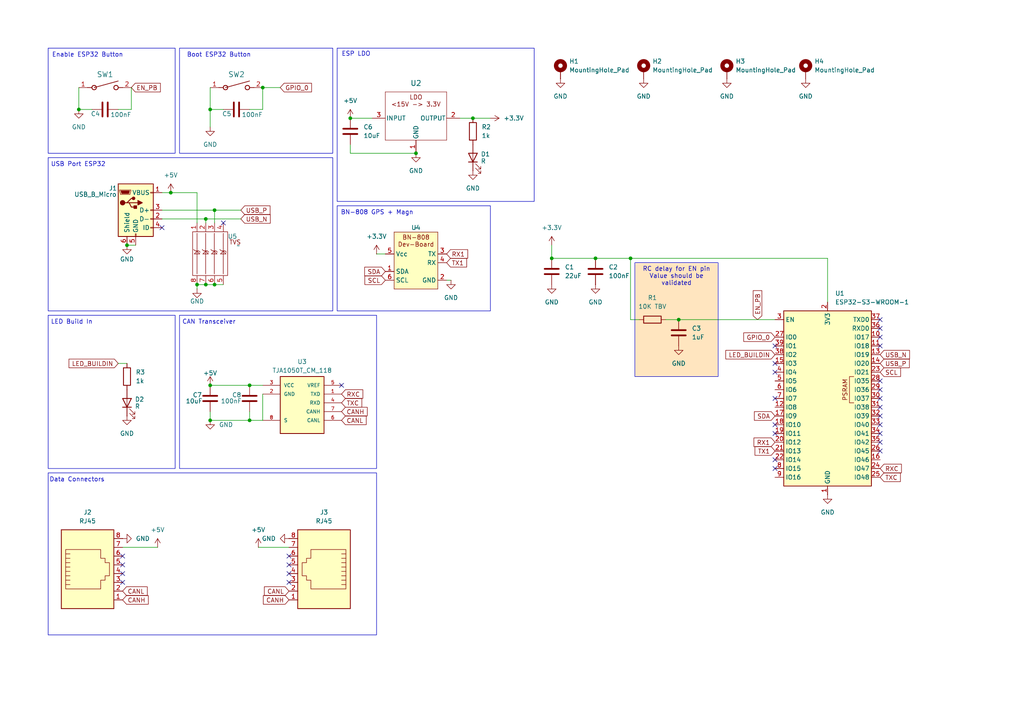
<source format=kicad_sch>
(kicad_sch (version 20231120) (generator "eeschema") (generator_version "8.0")
  (paper "A4")
  (lib_symbols
    (symbol "AZ1117ID-3.3TRG1:AZ1117ID-3.3TRG1" (pin_names (offset 0.254))
      (property "Reference" "U" (at 0 1.27 0))
      (symbol "AZ1117ID-3.3TRG1_0_1"
        (polyline (pts (xy -8.89 -13.97) (xy 8.89 -13.97)) (stroke (width 0.127)))
        (polyline (pts (xy -8.89 0) (xy -8.89 -13.97)) (stroke (width 0.127)))
        (polyline (pts (xy 8.89 -13.97) (xy 8.89 0)) (stroke (width 0.127)))
        (polyline (pts (xy 8.89 0) (xy -8.89 0)) (stroke (width 0.127)))
      )
      (symbol "AZ1117ID-3.3TRG1_1_1"
        (text "LDO\n<15V -> 3.3V\n" (at 0 -2.54 0) (effects (font (size 1.27 1.27))))
        (pin power_out line (at 0 -17.78 90) (length 3.81) (name "GND") (number "1"))
        (pin output line (at 12.7 -7.62 180) (length 3.81) (name "OUTPUT") (number "2"))
        (pin input line (at -12.7 -7.62 0) (length 3.81) (name "INPUT") (number "3"))
      )
    )
    (symbol "Connector:RJ45" (pin_names (offset 1.016))
      (property "Reference" "J" (at -5.08 13.97 0))
      (property "Value" "RJ45" (at 2.54 13.97 0))
      (symbol "RJ45_0_1"
        (polyline (pts (xy -5.08 4.445) (xy -6.35 4.445)))
        (polyline (pts (xy -5.08 5.715) (xy -6.35 5.715)))
        (polyline (pts (xy -6.35 -3.175) (xy -5.08 -3.175) (xy -5.08 -3.175)))
        (polyline (pts (xy -6.35 -1.905) (xy -5.08 -1.905) (xy -5.08 -1.905)))
        (polyline (pts (xy -6.35 -0.635) (xy -5.08 -0.635) (xy -5.08 -0.635)))
        (polyline (pts (xy -6.35 0.635) (xy -5.08 0.635) (xy -5.08 0.635)))
        (polyline (pts (xy -6.35 1.905) (xy -5.08 1.905) (xy -5.08 1.905)))
        (polyline (pts (xy -5.08 3.175) (xy -6.35 3.175) (xy -6.35 3.175)))
        (polyline (pts (xy -6.35 -4.445) (xy -6.35 6.985) (xy 3.81 6.985) (xy 3.81 4.445) (xy 5.08 4.445) (xy 5.08 3.175) (xy 6.35 3.175) (xy 6.35 -0.635) (xy 5.08 -0.635) (xy 5.08 -1.905) (xy 3.81 -1.905) (xy 3.81 -4.445) (xy -6.35 -4.445) (xy -6.35 -4.445)))
        (rectangle (start 7.62 12.7) (end -7.62 -10.16) (stroke (width 0.254)) (fill (type background)))
      )
      (symbol "RJ45_1_1"
        (pin passive line (at 10.16 -7.62 180) (length 2.54) (name "~") (number "1"))
        (pin passive line (at 10.16 -5.08 180) (length 2.54) (name "~") (number "2"))
        (pin passive line (at 10.16 -2.54 180) (length 2.54) (name "~") (number "3"))
        (pin passive line (at 10.16 0 180) (length 2.54) (name "~") (number "4"))
        (pin passive line (at 10.16 2.54 180) (length 2.54) (name "~") (number "5"))
        (pin passive line (at 10.16 5.08 180) (length 2.54) (name "~") (number "6"))
        (pin passive line (at 10.16 7.62 180) (length 2.54) (name "~") (number "7"))
        (pin passive line (at 10.16 10.16 180) (length 2.54) (name "~") (number "8"))
      )
    )
    (symbol "Connector:USB_B_Micro" (pin_names (offset 1.016))
      (property "Reference" "J" (at -5.08 11.43 0))
      (property "Value" "USB_B_Micro" (at -5.08 8.89 0))
      (symbol "USB_B_Micro_0_1"
        (rectangle (start -5.08 -7.62) (end 5.08 7.62) (stroke (width 0.254)) (fill (type background)))
        (circle (center -3.81 2.159) (radius 0.635) (stroke (width 0.254)) (fill (type outline)))
        (circle (center -0.635 3.429) (radius 0.381) (stroke (width 0.254)) (fill (type outline)))
        (rectangle (start -0.127 -7.62) (end 0.127 -6.858))
        (polyline (pts (xy -1.905 2.159) (xy 0.635 2.159)) (stroke (width 0.254)))
        (polyline (pts (xy -3.175 2.159) (xy -2.54 2.159) (xy -1.27 3.429) (xy -0.635 3.429)) (stroke (width 0.254)))
        (polyline (pts (xy -2.54 2.159) (xy -1.905 2.159) (xy -1.27 0.889) (xy 0 0.889)) (stroke (width 0.254)))
        (polyline (pts (xy 0.635 2.794) (xy 0.635 1.524) (xy 1.905 2.159) (xy 0.635 2.794)) (stroke (width 0.254)) (fill (type outline)))
        (polyline (pts (xy -4.318 5.588) (xy -1.778 5.588) (xy -2.032 4.826) (xy -4.064 4.826) (xy -4.318 5.588)) (fill (type outline)))
        (polyline (pts (xy -4.699 5.842) (xy -4.699 5.588) (xy -4.445 4.826) (xy -4.445 4.572) (xy -1.651 4.572) (xy -1.651 4.826) (xy -1.397 5.588) (xy -1.397 5.842) (xy -4.699 5.842)))
        (rectangle (start 0.254 1.27) (end -0.508 0.508) (stroke (width 0.254)) (fill (type outline)))
        (rectangle (start 5.08 -5.207) (end 4.318 -4.953))
        (rectangle (start 5.08 -2.667) (end 4.318 -2.413))
        (rectangle (start 5.08 -0.127) (end 4.318 0.127))
        (rectangle (start 5.08 4.953) (end 4.318 5.207))
      )
      (symbol "USB_B_Micro_1_1"
        (pin power_out line (at 7.62 5.08 180) (length 2.54) (name "VBUS") (number "1"))
        (pin bidirectional line (at 7.62 -2.54 180) (length 2.54) (name "D-") (number "2"))
        (pin bidirectional line (at 7.62 0 180) (length 2.54) (name "D+") (number "3"))
        (pin passive line (at 7.62 -5.08 180) (length 2.54) (name "ID") (number "4"))
        (pin power_out line (at 0 -10.16 90) (length 2.54) (name "GND") (number "5"))
        (pin passive line (at -2.54 -10.16 90) (length 2.54) (name "Shield") (number "6"))
      )
    )
    (symbol "Custom:BN-880"
      (property "Reference" "U" (at 0 1.27 0))
      (symbol "BN-880_1_1"
        (rectangle (start -6.35 0) (end 6.35 -16.51) (fill (type background)))
        (text "BN-808\nDev-Board" (at 0 -2.54 0) (effects (font (size 1.27 1.27))))
        (pin unspecified line (at -8.89 -11.43 0) (length 2.54) (name "SDA") (number "1"))
        (pin unspecified line (at 8.89 -13.97 180) (length 2.54) (name "GND") (number "2"))
        (pin unspecified line (at 8.89 -6.35 180) (length 2.54) (name "TX") (number "3"))
        (pin unspecified line (at 8.89 -8.89 180) (length 2.54) (name "RX") (number "4"))
        (pin unspecified line (at -8.89 -6.35 0) (length 2.54) (name "Vcc") (number "5"))
        (pin unspecified line (at -8.89 -13.97 0) (length 2.54) (name "SCL") (number "6"))
      )
    )
    (symbol "Custom:TVS_-_150-SMDB03CE3/TR7TR-ND"
      (property "Reference" "U5" (at 10.16 -1.27 0))
      (property "Value" "~" (at 12.7 -3.92 0))
      (symbol "TVS_-_150-SMDB03CE3/TR7TR-ND_0_1"
        (rectangle (start -0.01 0.09) (end 10.15 -12.61))
      )
      (symbol "TVS_-_150-SMDB03CE3/TR7TR-ND_1_1"
        (polyline (pts (xy 1.27 -0.34) (xy 1.27 -12.14)))
        (polyline (pts (xy 3.77 -0.34) (xy 3.77 -12.14)))
        (polyline (pts (xy 6.27 -0.34) (xy 6.27 -12.14)))
        (polyline (pts (xy 8.87 -0.34) (xy 8.87 -12.14)))
        (polyline (pts (xy 0.27 -5.04) (xy 0.67 -5.44) (xy 1.77 -5.44) (xy 2.17 -5.84)))
        (polyline (pts (xy 0.47 -6.34) (xy 2.07 -6.34) (xy 1.27 -5.54) (xy 0.47 -6.34)))
        (polyline (pts (xy 2.77 -5.04) (xy 3.17 -5.44) (xy 4.27 -5.44) (xy 4.67 -5.84)))
        (polyline (pts (xy 2.97 -6.34) (xy 4.57 -6.34) (xy 3.77 -5.54) (xy 2.97 -6.34)))
        (polyline (pts (xy 5.27 -5.04) (xy 5.67 -5.44) (xy 6.77 -5.44) (xy 7.17 -5.84)))
        (polyline (pts (xy 5.47 -6.34) (xy 7.07 -6.34) (xy 6.27 -5.54) (xy 5.47 -6.34)))
        (polyline (pts (xy 7.87 -5.04) (xy 8.27 -5.44) (xy 9.37 -5.44) (xy 9.77 -5.84)))
        (polyline (pts (xy 8.07 -6.34) (xy 9.67 -6.34) (xy 8.87 -5.54) (xy 8.07 -6.34)))
        (text "TVS\n" (at 12.3012 -2.9418 0) (effects (font (size 1.27 1.27))))
        (pin unspecified line (at 1.27 2.66 270) (length 2.54) (name "") (number "1"))
        (pin unspecified line (at 3.81 2.66 270) (length 2.54) (name "") (number "2"))
        (pin unspecified line (at 6.35 2.66 270) (length 2.54) (name "") (number "3"))
        (pin unspecified line (at 8.89 2.66 270) (length 2.54) (name "") (number "4"))
        (pin unspecified line (at 8.89 -15.24 90) (length 2.54) (name "") (number "5"))
        (pin unspecified line (at 6.35 -15.24 90) (length 2.54) (name "") (number "6"))
        (pin unspecified line (at 3.81 -15.24 90) (length 2.54) (name "") (number "7"))
        (pin unspecified line (at 1.27 -15.24 90) (length 2.54) (name "") (number "8"))
      )
    )
    (symbol "Device:C" (pin_numbers hide) (pin_names (offset 0.254))
      (property "Reference" "C" (at 0.635 2.54 0))
      (property "Value" "C" (at 0.635 -2.54 0))
      (symbol "C_0_1"
        (polyline (pts (xy -2.032 -0.762) (xy 2.032 -0.762)) (stroke (width 0.508)))
        (polyline (pts (xy -2.032 0.762) (xy 2.032 0.762)) (stroke (width 0.508)))
      )
      (symbol "C_1_1"
        (pin passive line (at 0 3.81 270) (length 2.794) (name "~") (number "1"))
        (pin passive line (at 0 -3.81 90) (length 2.794) (name "~") (number "2"))
      )
    )
    (symbol "Device:LED" (pin_numbers hide) (pin_names (offset 1.016) hide)
      (property "Reference" "D" (at 0 2.54 0))
      (property "Value" "LED" (at 0 -2.54 0))
      (symbol "LED_0_1"
        (polyline (pts (xy -1.27 -1.27) (xy -1.27 1.27)) (stroke (width 0.254)))
        (polyline (pts (xy -1.27 0) (xy 1.27 0)))
        (polyline (pts (xy 1.27 -1.27) (xy 1.27 1.27) (xy -1.27 0) (xy 1.27 -1.27)) (stroke (width 0.254)))
        (polyline (pts (xy -3.048 -0.762) (xy -4.572 -2.286) (xy -3.81 -2.286) (xy -4.572 -2.286) (xy -4.572 -1.524)))
        (polyline (pts (xy -1.778 -0.762) (xy -3.302 -2.286) (xy -2.54 -2.286) (xy -3.302 -2.286) (xy -3.302 -1.524)))
      )
      (symbol "LED_1_1"
        (pin passive line (at -3.81 0 0) (length 2.54) (name "K") (number "1"))
        (pin passive line (at 3.81 0 180) (length 2.54) (name "A") (number "2"))
      )
    )
    (symbol "Device:R" (pin_numbers hide) (pin_names (offset 0))
      (property "Reference" "R" (at 2.032 0 90))
      (property "Value" "R" (at 0 0 90))
      (symbol "R_0_1"
        (rectangle (start -1.016 -2.54) (end 1.016 2.54) (stroke (width 0.254)))
      )
      (symbol "R_1_1"
        (pin passive line (at 0 3.81 270) (length 1.27) (name "~") (number "1"))
        (pin passive line (at 0 -3.81 90) (length 1.27) (name "~") (number "2"))
      )
    )
    (symbol "Mechanical:MountingHole_Pad" (pin_numbers hide) (pin_names (offset 1.016) hide) (exclude_from_sim yes) (in_bom no)
      (property "Reference" "H" (at 0 6.35 0))
      (property "Value" "MountingHole_Pad" (at 0 4.445 0))
      (symbol "MountingHole_Pad_0_1"
        (circle (center 0 1.27) (radius 1.27) (stroke (width 1.27)))
      )
      (symbol "MountingHole_Pad_1_1"
        (pin input line (at 0 -2.54 90) (length 2.54) (name "1") (number "1"))
      )
    )
    (symbol "RF_Module:ESP32-S3-WROOM-1"
      (property "Reference" "U" (at -12.7 26.67 0))
      (property "Value" "ESP32-S3-WROOM-1" (at 12.7 26.67 0))
      (symbol "ESP32-S3-WROOM-1_0_0"
        (rectangle (start -12.7 25.4) (end 12.7 -25.4) (stroke (width 0.254)) (fill (type background)))
        (text "PSRAM" (at 5.08 2.54 900) (effects (font (size 1.27 1.27))))
      )
      (symbol "ESP32-S3-WROOM-1_0_1"
        (polyline (pts (xy 7.62 -1.27) (xy 6.35 -1.27) (xy 6.35 6.35) (xy 7.62 6.35)))
      )
      (symbol "ESP32-S3-WROOM-1_1_1"
        (pin power_in line (at 0 -27.94 90) (length 2.54) (name "GND") (number "1"))
        (pin bidirectional line (at 15.24 17.78 180) (length 2.54) (name "IO17") (number "10"))
        (pin bidirectional line (at 15.24 15.24 180) (length 2.54) (name "IO18") (number "11"))
        (pin bidirectional line (at -15.24 -2.54 0) (length 2.54) (name "IO8") (number "12"))
        (pin bidirectional line (at 15.24 12.7 180) (length 2.54) (name "IO19") (number "13"))
        (pin bidirectional line (at 15.24 10.16 180) (length 2.54) (name "IO20") (number "14"))
        (pin bidirectional line (at -15.24 10.16 0) (length 2.54) (name "IO3") (number "15"))
        (pin bidirectional line (at 15.24 -17.78 180) (length 2.54) (name "IO46") (number "16"))
        (pin bidirectional line (at -15.24 -5.08 0) (length 2.54) (name "IO9") (number "17"))
        (pin bidirectional line (at -15.24 -7.62 0) (length 2.54) (name "IO10") (number "18"))
        (pin bidirectional line (at -15.24 -10.16 0) (length 2.54) (name "IO11") (number "19"))
        (pin power_in line (at 0 27.94 270) (length 2.54) (name "3V3") (number "2"))
        (pin bidirectional line (at -15.24 -12.7 0) (length 2.54) (name "IO12") (number "20"))
        (pin bidirectional line (at -15.24 -15.24 0) (length 2.54) (name "IO13") (number "21"))
        (pin bidirectional line (at -15.24 -17.78 0) (length 2.54) (name "IO14") (number "22"))
        (pin bidirectional line (at 15.24 7.62 180) (length 2.54) (name "IO21") (number "23"))
        (pin bidirectional line (at 15.24 -20.32 180) (length 2.54) (name "IO47") (number "24"))
        (pin bidirectional line (at 15.24 -22.86 180) (length 2.54) (name "IO48") (number "25"))
        (pin bidirectional line (at 15.24 -15.24 180) (length 2.54) (name "IO45") (number "26"))
        (pin bidirectional line (at -15.24 17.78 0) (length 2.54) (name "IO0") (number "27"))
        (pin bidirectional line (at 15.24 5.08 180) (length 2.54) (name "IO35") (number "28"))
        (pin bidirectional line (at 15.24 2.54 180) (length 2.54) (name "IO36") (number "29"))
        (pin input line (at -15.24 22.86 0) (length 2.54) (name "EN") (number "3"))
        (pin bidirectional line (at 15.24 0 180) (length 2.54) (name "IO37") (number "30"))
        (pin bidirectional line (at 15.24 -2.54 180) (length 2.54) (name "IO38") (number "31"))
        (pin bidirectional line (at 15.24 -5.08 180) (length 2.54) (name "IO39") (number "32"))
        (pin bidirectional line (at 15.24 -7.62 180) (length 2.54) (name "IO40") (number "33"))
        (pin bidirectional line (at 15.24 -10.16 180) (length 2.54) (name "IO41") (number "34"))
        (pin bidirectional line (at 15.24 -12.7 180) (length 2.54) (name "IO42") (number "35"))
        (pin bidirectional line (at 15.24 20.32 180) (length 2.54) (name "RXD0") (number "36"))
        (pin bidirectional line (at 15.24 22.86 180) (length 2.54) (name "TXD0") (number "37"))
        (pin bidirectional line (at -15.24 12.7 0) (length 2.54) (name "IO2") (number "38"))
        (pin bidirectional line (at -15.24 15.24 0) (length 2.54) (name "IO1") (number "39"))
        (pin bidirectional line (at -15.24 7.62 0) (length 2.54) (name "IO4") (number "4"))
        (pin passive line (at 0 -27.94 90) (length 2.54) hide (name "GND") (number "40"))
        (pin passive line (at 0 -27.94 90) (length 2.54) hide (name "GND") (number "41"))
        (pin bidirectional line (at -15.24 5.08 0) (length 2.54) (name "IO5") (number "5"))
        (pin bidirectional line (at -15.24 2.54 0) (length 2.54) (name "IO6") (number "6"))
        (pin bidirectional line (at -15.24 0 0) (length 2.54) (name "IO7") (number "7"))
        (pin bidirectional line (at -15.24 -20.32 0) (length 2.54) (name "IO15") (number "8"))
        (pin bidirectional line (at -15.24 -22.86 0) (length 2.54) (name "IO16") (number "9"))
      )
    )
    (symbol "TJA1050T_CM_118:TJA1050T_CM_118" (pin_names (offset 1.016))
      (property "Reference" "U6" (at 0 15.24 0))
      (property "Value" "TJA1050T_CM_118" (at 0 12.7 0))
      (symbol "TJA1050T_CM_118_0_0"
        (rectangle (start -6.35 7.62) (end 6.35 -8.89) (stroke (width 0.254)) (fill (type background)))
        (pin input line (at 11.43 2.54 180) (length 5.08) (name "TXD") (number "1"))
        (pin power_in line (at -11.43 2.54 0) (length 5.08) (name "GND") (number "2"))
        (pin power_in line (at -11.43 5.08 0) (length 5.08) (name "VCC") (number "3"))
        (pin output line (at 11.43 0 180) (length 5.08) (name "RXD") (number "4"))
        (pin output line (at 11.43 5.08 180) (length 5.08) (name "VREF") (number "5"))
        (pin bidirectional line (at 11.43 -5.08 180) (length 5.08) (name "CANL") (number "6"))
        (pin bidirectional line (at 11.43 -2.54 180) (length 5.08) (name "CANH") (number "7"))
        (pin input line (at -11.43 -5.08 0) (length 5.08) (name "S") (number "8"))
      )
    )
    (symbol "TS09_63_25_WT_160_SMT_TR:TS09-63-25-WT-160-SMT-TR" (pin_names (offset 0.254))
      (property "Reference" "SW" (at 7.62 3.81 0))
      (symbol "TS09-63-25-WT-160-SMT-TR_0_1"
        (polyline (pts (xy 2.54 0) (xy 3.81 0)) (stroke (width 0.2032)))
        (polyline (pts (xy 4.445 0) (xy 11.43 1.905)) (stroke (width 0.2032)))
        (polyline (pts (xy 12.7 0) (xy 11.43 0)) (stroke (width 0.2032)))
        (circle (center 4.445 0) (radius 0.635) (stroke (width 0.254)))
        (circle (center 10.795 0) (radius 0.635) (stroke (width 0.254)))
      )
      (symbol "TS09-63-25-WT-160-SMT-TR_1_1"
        (pin unspecified line (at 0 0 0) (length 2.54) (name "") (number "1"))
        (pin unspecified line (at 15.24 0 180) (length 2.54) (name "") (number "2"))
      )
    )
    (symbol "power:+3.3V" (power) (pin_numbers hide) (pin_names (offset 0) hide)
      (property "Value" "+3.3V" (at 0 3.556 0))
      (symbol "+3.3V_0_1"
        (polyline (pts (xy -0.762 1.27) (xy 0 2.54)))
        (polyline (pts (xy 0 0) (xy 0 2.54)))
        (polyline (pts (xy 0 2.54) (xy 0.762 1.27)))
      )
      (symbol "+3.3V_1_1"
        (pin power_in line (at 0 0 90) (length 0) (name "~") (number "1"))
      )
    )
    (symbol "power:+5V" (power) (pin_numbers hide) (pin_names (offset 0) hide)
      (property "Value" "+5V" (at 0 3.556 0))
      (symbol "+5V_0_1"
        (polyline (pts (xy -0.762 1.27) (xy 0 2.54)))
        (polyline (pts (xy 0 0) (xy 0 2.54)))
        (polyline (pts (xy 0 2.54) (xy 0.762 1.27)))
      )
      (symbol "+5V_1_1"
        (pin power_in line (at 0 0 90) (length 0) (name "~") (number "1"))
      )
    )
    (symbol "power:+7.5V" (power) (pin_numbers hide) (pin_names (offset 0) hide)
      (property "Value" "+7.5V" (at 0 3.556 0))
      (symbol "+7.5V_0_1"
        (polyline (pts (xy -0.762 1.27) (xy 0 2.54)))
        (polyline (pts (xy 0 0) (xy 0 2.54)))
        (polyline (pts (xy 0 2.54) (xy 0.762 1.27)))
      )
      (symbol "+7.5V_1_1"
        (pin power_in line (at 0 0 90) (length 0) (name "~") (number "1"))
      )
    )
    (symbol "power:GND" (power) (pin_numbers hide) (pin_names (offset 0) hide)
      (property "Value" "GND" (at 0 -3.81 0))
      (symbol "GND_0_1"
        (polyline (pts (xy 0 0) (xy 0 -1.27) (xy 1.27 -1.27) (xy 0 -2.54) (xy -1.27 -1.27) (xy 0 -1.27)))
      )
      (symbol "GND_1_1"
        (pin power_in line (at 0 0 270) (length 0) (name "~") (number "1"))
      )
    )
  )
  (junction (at 60.96 111.76))
  (junction (at 160.02 74.93))
  (junction (at 76.2 25.4))
  (junction (at 172.72 74.93))
  (junction (at 182.88 74.93))
  (junction (at 72.39 121.92))
  (junction (at 59.69 82.55))
  (junction (at 60.96 31.75))
  (junction (at 59.69 63.5))
  (junction (at 22.86 31.75))
  (junction (at 196.85 92.71))
  (junction (at 137.16 34.29))
  (junction (at 120.65 44.45))
  (junction (at 49.53 55.88))
  (junction (at 62.23 60.96))
  (junction (at 72.39 111.76))
  (junction (at 57.15 82.55))
  (junction (at 60.96 121.92))
  (junction (at 101.6 34.29))
  (junction (at 62.23 82.55))
  (junction (at 36.83 71.12))
  (no_connect (at 35.56 161.29))
  (no_connect (at 255.27 97.79))
  (no_connect (at 255.27 123.19))
  (no_connect (at 255.27 130.81))
  (no_connect (at 224.79 123.19))
  (no_connect (at 255.27 92.71))
  (no_connect (at 224.79 133.35))
  (no_connect (at 255.27 113.03))
  (no_connect (at 83.82 166.37))
  (no_connect (at 224.79 115.57))
  (no_connect (at 35.56 163.83))
  (no_connect (at 224.79 107.95))
  (no_connect (at 224.79 135.89))
  (no_connect (at 35.56 168.91))
  (no_connect (at 83.82 163.83))
  (no_connect (at 255.27 110.49))
  (no_connect (at 255.27 100.33))
  (no_connect (at 83.82 161.29))
  (no_connect (at 255.27 95.25))
  (no_connect (at 255.27 115.57))
  (no_connect (at 83.82 168.91))
  (no_connect (at 255.27 120.65))
  (no_connect (at 255.27 128.27))
  (no_connect (at 35.56 166.37))
  (no_connect (at 255.27 125.73))
  (no_connect (at 99.06 111.76))
  (no_connect (at 255.27 118.11))
  (no_connect (at 224.79 100.33))
  (no_connect (at 64.77 64.65))
  (no_connect (at 224.79 125.73))
  (no_connect (at 46.99 66.04))
  (no_connect (at 224.79 105.41))
  (wire (pts (xy 74.93 158.75) (xy 83.82 158.75)))
  (wire (pts (xy 22.86 31.75) (xy 26.67 31.75)))
  (wire (pts (xy 36.83 105.41) (xy 34.29 105.41)))
  (wire (pts (xy 60.96 111.76) (xy 72.39 111.76)))
  (wire (pts (xy 59.69 82.55) (xy 62.23 82.55)))
  (wire (pts (xy 72.39 111.76) (xy 76.2 111.76)))
  (wire (pts (xy 57.15 55.88) (xy 49.53 55.88)))
  (wire (pts (xy 22.86 25.4) (xy 22.86 31.75)))
  (wire (pts (xy 46.99 63.5) (xy 59.69 63.5)))
  (wire (pts (xy 240.03 74.93) (xy 240.03 87.63)))
  (wire (pts (xy 101.6 44.45) (xy 120.65 44.45)))
  (wire (pts (xy 101.6 41.91) (xy 101.6 44.45)))
  (wire (pts (xy 172.72 74.93) (xy 182.88 74.93)))
  (wire (pts (xy 193.04 92.71) (xy 196.85 92.71)))
  (wire (pts (xy 182.88 92.71) (xy 185.42 92.71)))
  (wire (pts (xy 64.77 31.75) (xy 60.96 31.75)))
  (wire (pts (xy 60.96 121.92) (xy 72.39 121.92)))
  (wire (pts (xy 49.53 55.88) (xy 46.99 55.88)))
  (wire (pts (xy 142.24 34.29) (xy 137.16 34.29)))
  (wire (pts (xy 57.15 82.55) (xy 59.69 82.55)))
  (wire (pts (xy 137.16 34.29) (xy 133.35 34.29)))
  (wire (pts (xy 59.69 63.5) (xy 59.69 64.65)))
  (wire (pts (xy 60.96 119.38) (xy 60.96 121.92)))
  (wire (pts (xy 62.23 60.96) (xy 62.23 64.65)))
  (wire (pts (xy 182.88 74.93) (xy 182.88 92.71)))
  (wire (pts (xy 62.23 60.96) (xy 69.85 60.96)))
  (wire (pts (xy 72.39 119.38) (xy 72.39 121.92)))
  (wire (pts (xy 60.96 36.83) (xy 60.96 31.75)))
  (wire (pts (xy 57.15 82.55) (xy 57.15 83.82)))
  (wire (pts (xy 36.83 71.12) (xy 39.37 71.12)))
  (wire (pts (xy 130.81 81.28) (xy 129.54 81.28)))
  (wire (pts (xy 76.2 114.3) (xy 76.2 121.92)))
  (wire (pts (xy 34.29 31.75) (xy 38.1 31.75)))
  (wire (pts (xy 35.56 158.75) (xy 45.72 158.75)))
  (wire (pts (xy 81.28 25.4) (xy 76.2 25.4)))
  (wire (pts (xy 160.02 74.93) (xy 172.72 74.93)))
  (wire (pts (xy 72.39 121.92) (xy 76.2 121.92)))
  (wire (pts (xy 38.1 31.75) (xy 38.1 25.4)))
  (wire (pts (xy 196.85 92.71) (xy 224.79 92.71)))
  (wire (pts (xy 60.96 31.75) (xy 60.96 25.4)))
  (wire (pts (xy 72.39 31.75) (xy 76.2 31.75)))
  (wire (pts (xy 59.69 63.5) (xy 69.85 63.5)))
  (wire (pts (xy 76.2 31.75) (xy 76.2 25.4)))
  (wire (pts (xy 57.15 55.88) (xy 57.15 64.65)))
  (wire (pts (xy 62.23 82.55) (xy 64.77 82.55)))
  (wire (pts (xy 109.22 73.66) (xy 111.76 73.66)))
  (wire (pts (xy 240.03 74.93) (xy 182.88 74.93)))
  (wire (pts (xy 101.6 34.29) (xy 107.95 34.29)))
  (wire (pts (xy 160.02 71.12) (xy 160.02 74.93)))
  (wire (pts (xy 46.99 60.96) (xy 62.23 60.96)))
  (rectangle (start 52.07 91.44) (end 109.22 135.89))
  (rectangle (start 13.97 137.16) (end 109.22 184.15))
  (rectangle (start 13.97 45.72) (end 96.52 90.17))
  (rectangle (start 97.79 59.69) (end 142.24 90.17))
  (rectangle (start 52.07 13.97) (end 96.52 44.45))
  (rectangle (start 13.97 91.44) (end 50.8 135.89))
  (rectangle (start 97.79 13.97) (end 154.94 58.42))
  (rectangle (start 13.97 13.97) (end 50.8 44.45))
  (text_box "RC delay for EN pin\nValue should be validated" (at 184.15 76.2 0) (size 24.13 33.02) (fill (type color) (color 255 229 191 1)) (effects (font (size 1.27 1.27)) (justify top)))
  (text "CAN Transceiver" (at 52.832 93.472 0) (effects (font (size 1.27 1.27)) (justify left)))
  (text "ESP LDO" (at 99.06 15.748 0) (effects (font (size 1.27 1.27)) (justify left)))
  (text "Enable ESP32 Button" (at 25.4 16.002 0) (effects (font (size 1.27 1.27))))
  (text "Boot ESP32 Button" (at 63.5 16.002 0) (effects (font (size 1.27 1.27))))
  (text "Data Connectors" (at 22.352 139.192 0) (effects (font (size 1.27 1.27))))
  (text "BN-808 GPS + Magn" (at 98.806 61.722 0) (effects (font (size 1.27 1.27)) (justify left)))
  (text "USB Port ESP32" (at 14.732 47.752 0) (effects (font (size 1.27 1.27)) (justify left)))
  (text "LED Build In" (at 14.732 93.472 0) (effects (font (size 1.27 1.27)) (justify left)))
  (global_label "TX1" (shape input) (at 224.79 130.81 180) (property "Intersheetrefs" "${INTERSHEET_REFS}" (effects (hide yes))))
  (global_label "CANH" (shape input) (at 35.56 173.99 0) (property "Intersheetrefs" "${INTERSHEET_REFS}" (effects (hide yes))))
  (global_label "EN_PB" (shape input) (at 38.1 25.4 0) (property "Intersheetrefs" "${INTERSHEET_REFS}" (effects (hide yes))))
  (global_label "SCL" (shape input) (at 255.27 107.95 0) (property "Intersheetrefs" "${INTERSHEET_REFS}" (effects (hide yes))))
  (global_label "TXC" (shape input) (at 255.27 138.43 0) (property "Intersheetrefs" "${INTERSHEET_REFS}" (effects (hide yes))))
  (global_label "USB_P" (shape input) (at 255.27 105.41 0) (property "Intersheetrefs" "${INTERSHEET_REFS}" (effects (hide yes))))
  (global_label "CANL" (shape input) (at 35.56 171.45 0) (property "Intersheetrefs" "${INTERSHEET_REFS}" (effects (hide yes))))
  (global_label "SDA" (shape input) (at 111.76 78.74 180) (property "Intersheetrefs" "${INTERSHEET_REFS}" (effects (hide yes))))
  (global_label "SCL" (shape input) (at 111.76 81.28 180) (property "Intersheetrefs" "${INTERSHEET_REFS}" (effects (hide yes))))
  (global_label "USB_N" (shape input) (at 69.85 63.5 0) (property "Intersheetrefs" "${INTERSHEET_REFS}" (effects (hide yes))))
  (global_label "CANH" (shape input) (at 83.82 173.99 180) (property "Intersheetrefs" "${INTERSHEET_REFS}" (effects (hide yes))))
  (global_label "EN_PB" (shape input) (at 219.71 92.71 90) (property "Intersheetrefs" "${INTERSHEET_REFS}" (effects (hide yes))))
  (global_label "USB_P" (shape input) (at 69.85 60.96 0) (property "Intersheetrefs" "${INTERSHEET_REFS}" (effects (hide yes))))
  (global_label "USB_N" (shape input) (at 255.27 102.87 0) (property "Intersheetrefs" "${INTERSHEET_REFS}" (effects (hide yes))))
  (global_label "LED_BUILDIN" (shape input) (at 224.79 102.87 180) (property "Intersheetrefs" "${INTERSHEET_REFS}" (effects (hide yes))))
  (global_label "TX1" (shape input) (at 129.54 76.2 0) (property "Intersheetrefs" "${INTERSHEET_REFS}" (effects (hide yes))))
  (global_label "CANL" (shape input) (at 83.82 171.45 180) (property "Intersheetrefs" "${INTERSHEET_REFS}" (effects (hide yes))))
  (global_label "RX1" (shape input) (at 129.54 73.66 0) (property "Intersheetrefs" "${INTERSHEET_REFS}" (effects (hide yes))))
  (global_label "RX1" (shape input) (at 224.79 128.27 180) (property "Intersheetrefs" "${INTERSHEET_REFS}" (effects (hide yes))))
  (global_label "RXC" (shape input) (at 255.27 135.89 0) (property "Intersheetrefs" "${INTERSHEET_REFS}" (effects (hide yes))))
  (global_label "SDA" (shape input) (at 224.79 120.65 180) (property "Intersheetrefs" "${INTERSHEET_REFS}" (effects (hide yes))))
  (global_label "RXC" (shape input) (at 99.06 114.3 0) (property "Intersheetrefs" "${INTERSHEET_REFS}" (effects (hide yes))))
  (global_label "LED_BUILDIN" (shape input) (at 34.29 105.41 180) (property "Intersheetrefs" "${INTERSHEET_REFS}" (effects (hide yes))))
  (global_label "GPIO_0" (shape input) (at 224.79 97.79 180) (property "Intersheetrefs" "${INTERSHEET_REFS}" (effects (hide yes))))
  (global_label "CANL" (shape input) (at 99.06 121.92 0) (property "Intersheetrefs" "${INTERSHEET_REFS}" (effects (hide yes))))
  (global_label "CANH" (shape input) (at 99.06 119.38 0) (property "Intersheetrefs" "${INTERSHEET_REFS}" (effects (hide yes))))
  (global_label "GPIO_0" (shape input) (at 81.28 25.4 0) (property "Intersheetrefs" "${INTERSHEET_REFS}" (effects (hide yes))))
  (global_label "TXC" (shape input) (at 99.06 116.84 0) (property "Intersheetrefs" "${INTERSHEET_REFS}" (effects (hide yes))))
  (symbol (lib_id "RF_Module:ESP32-S3-WROOM-1") (at 240.03 115.57 0) (unit 1)
    (property "Reference" "U1" (at 242.2241 85.09 0) (effects (justify left)))
    (property "Value" "ESP32-S3-WROOM-1" (at 242.2241 87.63 0) (effects (justify left)))
    (property "Footprint" "RF_Module:ESP32-S3-WROOM-1" (effects (hide yes)))
    (property "Datasheet" "https://www.espressif.com/sites/default/files/documentation/esp32-s3-wroom-1_wroom-1u_datasheet_en.pdf" (effects (hide yes)))
    (property "Description" "RF Module, ESP32-S3 SoC, Wi-Fi 802.11b/g/n, Bluetooth, BLE, 32-bit, 3.3V, onboard antenna, SMD" (effects (hide yes)))
  )
  (symbol (lib_id "TS09_63_25_WT_160_SMT_TR:TS09-63-25-WT-160-SMT-TR") (at 60.96 25.4 0) (unit 1)
    (property "Reference" "SW2" (at 68.58 21.59 0) (effects (font (size 1.524 1.524))))
    (property "Value" "TS09-63-25-WT-160-SMT-TR" (effects (hide yes)))
    (property "Footprint" "TS09_63_25_WT_160_SMT_TR:SW_TS09-63-25_CUD" (effects (hide yes)))
    (property "Datasheet" "TS09-63-25-WT-160-SMT-TR" (effects (hide yes)))
  )
  (symbol (lib_id "Device:C") (at 160.02 78.74 0) (unit 1)
    (property "Reference" "C1" (at 163.83 77.4699 0) (effects (justify left)))
    (property "Value" "22uF" (at 163.83 80.0099 0) (effects (justify left)))
    (property "Footprint" "Capacitor_SMD:C_0805_2012Metric_Pad1.18x1.45mm_HandSolder" (effects (hide yes)))
    (property "Description" "Unpolarized capacitor" (effects (hide yes)))
  )
  (symbol (lib_id "Device:C") (at 60.96 115.57 0) (unit 1)
    (property "Reference" "C7" (at 55.88 114.554 0) (effects (justify left)))
    (property "Value" "10uF" (at 53.848 116.332 0) (effects (justify left)))
    (property "Footprint" "Capacitor_SMD:C_0805_2012Metric_Pad1.18x1.45mm_HandSolder" (effects (hide yes)))
    (property "Description" "Unpolarized capacitor" (effects (hide yes)))
  )
  (symbol (lib_id "power:+3.3V") (at 142.24 34.29 270) (unit 1)
    (property "Reference" "#PWR012" (effects (hide yes)))
    (property "Value" "+3.3V" (at 146.05 34.2899 90) (effects (justify left)))
    (property "Description" "Power symbol creates a global label with name \"+3.3V\"" (effects (hide yes)))
  )
  (symbol (lib_id "Device:R") (at 36.83 109.22 180) (unit 1)
    (property "Reference" "R3" (at 39.37 107.9499 0) (effects (justify right)))
    (property "Value" "1k" (at 39.37 110.4899 0) (effects (justify right)))
    (property "Footprint" "Resistor_SMD:R_0805_2012Metric_Pad1.20x1.40mm_HandSolder" (effects (hide yes)))
    (property "Description" "Resistor" (effects (hide yes)))
  )
  (symbol (lib_id "Device:C") (at 68.58 31.75 90) (unit 1)
    (property "Reference" "C5" (at 65.786 33.02 90))
    (property "Value" "100nF" (at 73.152 33.274 90))
    (property "Footprint" "Capacitor_SMD:C_0805_2012Metric_Pad1.18x1.45mm_HandSolder" (effects (hide yes)))
    (property "Description" "Unpolarized capacitor" (effects (hide yes)))
  )
  (symbol (lib_id "TJA1050T_CM_118:TJA1050T_CM_118") (at 87.63 116.84 0) (unit 1)
    (property "Reference" "U3" (at 87.63 104.902 0))
    (property "Value" "TJA1050T_CM_118" (at 87.63 107.442 0))
    (property "Footprint" "TJA1050T_CM_118:SOIC127P600X175-8N" (effects (hide yes)))
    (property "PARTREV" "4" (effects (hide yes)))
    (property "STANDARD" "IPC 7351B" (effects (hide yes)))
    (property "MAXIMUM_PACKAGE_HEIGHT" "1.75 mm" (effects (hide yes)))
    (property "MANUFACTURER" "NXP USA" (effects (hide yes)))
  )
  (symbol (lib_id "Mechanical:MountingHole_Pad") (at 210.82 20.32 0) (unit 1) (exclude_from_sim yes) (in_bom no)
    (property "Reference" "H3" (at 213.36 17.7799 0) (effects (justify left)))
    (property "Value" "MountingHole_Pad" (at 213.36 20.3199 0) (effects (justify left)))
    (property "Footprint" "MountingHole:MountingHole_2.2mm_M2_DIN965_Pad_TopBottom" (effects (hide yes)))
    (property "Description" "Mounting Hole with connection" (effects (hide yes)))
  )
  (symbol (lib_id "power:GND") (at 210.82 22.86 0) (unit 1)
    (property "Reference" "#PWR026" (effects (hide yes)))
    (property "Value" "GND" (at 210.82 27.94 0))
    (property "Description" "Power symbol creates a global label with name \"GND\" , ground" (effects (hide yes)))
  )
  (symbol (lib_id "power:GND") (at 162.56 22.86 0) (unit 1)
    (property "Reference" "#PWR024" (effects (hide yes)))
    (property "Value" "GND" (at 162.56 27.94 0))
    (property "Description" "Power symbol creates a global label with name \"GND\" , ground" (effects (hide yes)))
  )
  (symbol (lib_id "power:GND") (at 196.85 100.33 0) (unit 1)
    (property "Reference" "#PWR05" (effects (hide yes)))
    (property "Value" "GND" (at 196.85 105.41 0))
    (property "Description" "Power symbol creates a global label with name \"GND\" , ground" (effects (hide yes)))
  )
  (symbol (lib_id "Device:C") (at 196.85 96.52 0) (unit 1)
    (property "Reference" "C3" (at 200.66 95.2499 0) (effects (justify left)))
    (property "Value" "1uF" (at 200.66 97.7899 0) (effects (justify left)))
    (property "Footprint" "Capacitor_SMD:C_0805_2012Metric_Pad1.18x1.45mm_HandSolder" (effects (hide yes)))
    (property "Description" "Unpolarized capacitor" (effects (hide yes)))
  )
  (symbol (lib_id "power:GND") (at 22.86 31.75 0) (unit 1)
    (property "Reference" "#PWR02" (effects (hide yes)))
    (property "Value" "GND" (at 22.86 36.83 0))
    (property "Description" "Power symbol creates a global label with name \"GND\" , ground" (effects (hide yes)))
  )
  (symbol (lib_id "power:+5V") (at 101.6 34.29 0) (unit 1)
    (property "Reference" "#PWR011" (effects (hide yes)))
    (property "Value" "+5V" (at 101.6 29.21 0))
    (property "Description" "Power symbol creates a global label with name \"+5V\"" (effects (hide yes)))
  )
  (symbol (lib_id "Device:C") (at 172.72 78.74 0) (unit 1)
    (property "Reference" "C2" (at 176.53 77.4699 0) (effects (justify left)))
    (property "Value" "100nF" (at 176.53 80.0099 0) (effects (justify left)))
    (property "Footprint" "Capacitor_SMD:C_0805_2012Metric_Pad1.18x1.45mm_HandSolder" (effects (hide yes)))
    (property "Description" "Unpolarized capacitor" (effects (hide yes)))
  )
  (symbol (lib_id "power:+3.3V") (at 160.02 71.12 0) (unit 1)
    (property "Reference" "#PWR06" (effects (hide yes)))
    (property "Value" "+3.3V" (at 160.02 66.04 0))
    (property "Description" "Power symbol creates a global label with name \"+3.3V\"" (effects (hide yes)))
  )
  (symbol (lib_id "Device:C") (at 72.39 115.57 0) (unit 1)
    (property "Reference" "C8" (at 67.31 114.554 0) (effects (justify left)))
    (property "Value" "100nF" (at 64.008 116.332 0) (effects (justify left)))
    (property "Footprint" "Capacitor_SMD:C_0805_2012Metric_Pad1.18x1.45mm_HandSolder" (effects (hide yes)))
    (property "Description" "Unpolarized capacitor" (effects (hide yes)))
  )
  (symbol (lib_id "power:GND") (at 240.03 143.51 0) (unit 1)
    (property "Reference" "#PWR01" (effects (hide yes)))
    (property "Value" "GND" (at 240.03 148.59 0))
    (property "Description" "Power symbol creates a global label with name \"GND\" , ground" (effects (hide yes)))
  )
  (symbol (lib_id "power:GND") (at 57.15 83.82 0) (unit 1)
    (property "Reference" "#PWR023" (effects (hide yes)))
    (property "Value" "GND" (at 57.15 87.376 0))
    (property "Description" "Power symbol creates a global label with name \"GND\" , ground" (effects (hide yes)))
  )
  (symbol (lib_id "Device:LED") (at 137.16 45.72 90) (unit 1)
    (property "Reference" "D1" (at 139.446 44.704 90) (effects (justify right)))
    (property "Value" "R" (at 139.446 46.736 90) (effects (justify right)))
    (property "Footprint" "LED_SMD:LED_0805_2012Metric_Pad1.15x1.40mm_HandSolder" (effects (hide yes)))
    (property "Datasheet" "https://www.we-online.com/components/products/datasheet/150080SS75000.pdf" (effects (hide yes)))
    (property "Description" "Light emitting diode | 150080SS75000" (effects (hide yes)))
  )
  (symbol (lib_id "power:GND") (at 137.16 49.53 0) (unit 1)
    (property "Reference" "#PWR013" (effects (hide yes)))
    (property "Value" "GND" (at 137.16 54.61 0))
    (property "Description" "Power symbol creates a global label with name \"GND\" , ground" (effects (hide yes)))
  )
  (symbol (lib_id "power:GND") (at 60.96 36.83 0) (unit 1)
    (property "Reference" "#PWR07" (effects (hide yes)))
    (property "Value" "GND" (at 60.96 41.91 0))
    (property "Description" "Power symbol creates a global label with name \"GND\" , ground" (effects (hide yes)))
  )
  (symbol (lib_id "power:+5V") (at 45.72 158.75 0) (unit 1)
    (property "Reference" "#PWR018" (effects (hide yes)))
    (property "Value" "+5V" (at 45.72 153.67 0))
    (property "Description" "Power symbol creates a global label with name \"+5V\"" (effects (hide yes)))
  )
  (symbol (lib_id "power:GND") (at 130.81 81.28 0) (unit 1)
    (property "Reference" "#PWR022" (effects (hide yes)))
    (property "Value" "GND" (at 130.81 86.36 0))
    (property "Description" "Power symbol creates a global label with name \"GND\" , ground" (effects (hide yes)))
  )
  (symbol (lib_id "power:+5V") (at 49.53 55.88 0) (unit 1)
    (property "Reference" "#PWR08" (effects (hide yes)))
    (property "Value" "+5V" (at 49.53 50.8 0))
    (property "Description" "Power symbol creates a global label with name \"+5V\"" (effects (hide yes)))
  )
  (symbol (lib_id "power:GND") (at 120.65 44.45 0) (unit 1)
    (property "Reference" "#PWR010" (effects (hide yes)))
    (property "Value" "GND" (at 120.65 49.53 0))
    (property "Description" "Power symbol creates a global label with name \"GND\" , ground" (effects (hide yes)))
  )
  (symbol (lib_id "power:GND") (at 186.69 22.86 0) (unit 1)
    (property "Reference" "#PWR025" (effects (hide yes)))
    (property "Value" "GND" (at 186.69 27.94 0))
    (property "Description" "Power symbol creates a global label with name \"GND\" , ground" (effects (hide yes)))
  )
  (symbol (lib_id "power:GND") (at 36.83 71.12 0) (unit 1)
    (property "Reference" "#PWR09" (effects (hide yes)))
    (property "Value" "GND" (at 36.83 75.184 0))
    (property "Description" "Power symbol creates a global label with name \"GND\" , ground" (effects (hide yes)))
  )
  (symbol (lib_id "Connector:RJ45") (at 93.98 166.37 0) (mirror y) (unit 1)
    (property "Reference" "J3" (at 93.98 148.59 0))
    (property "Value" "RJ45" (at 93.98 151.13 0))
    (property "Footprint" "54601-908WPLF:AMPHENOL_54601-908WPLF" (effects (hide yes)))
    (property "Description" "RJ connector, 8P8C (8 positions 8 connected)" (effects (hide yes)))
  )
  (symbol (lib_id "power:GND") (at 36.83 120.65 0) (unit 1)
    (property "Reference" "#PWR014" (effects (hide yes)))
    (property "Value" "GND" (at 36.83 125.73 0))
    (property "Description" "Power symbol creates a global label with name \"GND\" , ground" (effects (hide yes)))
  )
  (symbol (lib_id "power:GND") (at 172.72 82.55 0) (unit 1)
    (property "Reference" "#PWR04" (effects (hide yes)))
    (property "Value" "GND" (at 172.72 87.63 0))
    (property "Description" "Power symbol creates a global label with name \"GND\" , ground" (effects (hide yes)))
  )
  (symbol (lib_id "Device:R") (at 137.16 38.1 180) (unit 1)
    (property "Reference" "R2" (at 139.7 36.8299 0) (effects (justify right)))
    (property "Value" "1k" (at 139.7 39.3699 0) (effects (justify right)))
    (property "Footprint" "Resistor_SMD:R_0805_2012Metric_Pad1.20x1.40mm_HandSolder" (effects (hide yes)))
    (property "Description" "Resistor" (effects (hide yes)))
  )
  (symbol (lib_id "Mechanical:MountingHole_Pad") (at 233.68 20.32 0) (unit 1) (exclude_from_sim yes) (in_bom no)
    (property "Reference" "H4" (at 236.22 17.7799 0) (effects (justify left)))
    (property "Value" "MountingHole_Pad" (at 236.22 20.3199 0) (effects (justify left)))
    (property "Footprint" "MountingHole:MountingHole_2.2mm_M2_DIN965_Pad_TopBottom" (effects (hide yes)))
    (property "Description" "Mounting Hole with connection" (effects (hide yes)))
  )
  (symbol (lib_id "Mechanical:MountingHole_Pad") (at 162.56 20.32 0) (unit 1) (exclude_from_sim yes) (in_bom no)
    (property "Reference" "H1" (at 165.1 17.7799 0) (effects (justify left)))
    (property "Value" "MountingHole_Pad" (at 165.1 20.3199 0) (effects (justify left)))
    (property "Footprint" "MountingHole:MountingHole_2.2mm_M2_DIN965_Pad_TopBottom" (effects (hide yes)))
    (property "Description" "Mounting Hole with connection" (effects (hide yes)))
  )
  (symbol (lib_id "Custom:TVS_-_150-SMDB03CE3/TR7TR-ND") (at 55.88 67.31 0) (unit 1)
    (property "Reference" "U5" (at 66.04 68.58 0) (effects (justify left)))
    (property "Value" "~" (at 68.58 71.23 0) (effects (justify left)))
    (property "Footprint" "Package_SO:SOIC-8-1EP_3.9x4.9mm_P1.27mm_EP2.29x3mm" (effects (hide yes)))
    (property "Datasheet" "150-SMDB03CE3/TR7TR-ND" (effects (hide yes)))
  )
  (symbol (lib_id "power:GND") (at 60.96 121.92 0) (unit 1)
    (property "Reference" "#PWR016" (effects (hide yes)))
    (property "Value" "GND" (at 63.5 123.1899 0) (effects (justify left)))
    (property "Description" "Power symbol creates a global label with name \"GND\" , ground" (effects (hide yes)))
  )
  (symbol (lib_id "power:GND") (at 35.56 156.21 90) (unit 1)
    (property "Reference" "#PWR017" (effects (hide yes)))
    (property "Value" "GND" (at 39.37 156.2099 90) (effects (justify right)))
    (property "Description" "Power symbol creates a global label with name \"GND\" , ground" (effects (hide yes)))
  )
  (symbol (lib_id "Mechanical:MountingHole_Pad") (at 186.69 20.32 0) (unit 1) (exclude_from_sim yes) (in_bom no)
    (property "Reference" "H2" (at 189.23 17.7799 0) (effects (justify left)))
    (property "Value" "MountingHole_Pad" (at 189.23 20.3199 0) (effects (justify left)))
    (property "Footprint" "MountingHole:MountingHole_2.2mm_M2_DIN965_Pad_TopBottom" (effects (hide yes)))
    (property "Description" "Mounting Hole with connection" (effects (hide yes)))
  )
  (symbol (lib_id "Connector:RJ45") (at 25.4 166.37 0) (unit 1)
    (property "Reference" "J2" (at 25.4 148.59 0))
    (property "Value" "RJ45" (at 25.4 151.13 0))
    (property "Footprint" "54601-908WPLF:AMPHENOL_54601-908WPLF" (effects (hide yes)))
    (property "Description" "RJ connector, 8P8C (8 positions 8 connected)" (effects (hide yes)))
  )
  (symbol (lib_id "Device:LED") (at 36.83 116.84 90) (unit 1)
    (property "Reference" "D2" (at 39.116 115.824 90) (effects (justify right)))
    (property "Value" "R" (at 39.116 117.856 90) (effects (justify right)))
    (property "Footprint" "LED_SMD:LED_0805_2012Metric_Pad1.15x1.40mm_HandSolder" (effects (hide yes)))
    (property "Datasheet" "https://www.we-online.com/components/products/datasheet/150080SS75000.pdf" (effects (hide yes)))
    (property "Description" "Light emitting diode | 150080SS75000" (effects (hide yes)))
  )
  (symbol (lib_id "power:GND") (at 83.82 156.21 270) (mirror x) (unit 1)
    (property "Reference" "#PWR020" (effects (hide yes)))
    (property "Value" "GND" (at 80.01 156.2099 90) (effects (justify right)))
    (property "Description" "Power symbol creates a global label with name \"GND\" , ground" (effects (hide yes)))
  )
  (symbol (lib_id "Connector:USB_B_Micro") (at 39.37 60.96 0) (unit 1)
    (property "Reference" "J1" (at 32.766 54.61 0))
    (property "Value" "USB_B_Micro" (at 27.686 56.388 0))
    (property "Footprint" "Connector_USB:USB_Micro-B_Amphenol_10118193-0001LF_Horizontal" (effects (hide yes)))
    (property "Datasheet" "https://www.digikey.com/en/products/detail/amphenol-cs-fci/10118193-0001LF/2785388" (effects (hide yes)))
    (property "Description" "USB Micro Type B connector" (effects (hide yes)))
  )
  (symbol (lib_id "Custom:BN-880") (at 120.65 67.31 0) (unit 1)
    (property "Reference" "U4" (at 120.65 66.04 0))
    (property "Value" "~" (at 120.65 66.04 0))
    (property "Footprint" "Custom:BN-880" (effects (hide yes)))
  )
  (symbol (lib_id "TS09_63_25_WT_160_SMT_TR:TS09-63-25-WT-160-SMT-TR") (at 22.86 25.4 0) (unit 1)
    (property "Reference" "SW1" (at 30.48 21.59 0) (effects (font (size 1.524 1.524))))
    (property "Value" "TS09-63-25-WT-160-SMT-TR" (effects (hide yes)))
    (property "Footprint" "TS09_63_25_WT_160_SMT_TR:SW_TS09-63-25_CUD" (effects (hide yes)))
    (property "Datasheet" "TS09-63-25-WT-160-SMT-TR" (effects (hide yes)))
  )
  (symbol (lib_id "power:GND") (at 233.68 22.86 0) (unit 1)
    (property "Reference" "#PWR027" (effects (hide yes)))
    (property "Value" "GND" (at 233.68 27.94 0))
    (property "Description" "Power symbol creates a global label with name \"GND\" , ground" (effects (hide yes)))
  )
  (symbol (lib_id "power:GND") (at 160.02 82.55 0) (unit 1)
    (property "Reference" "#PWR03" (effects (hide yes)))
    (property "Value" "GND" (at 160.02 87.63 0))
    (property "Description" "Power symbol creates a global label with name \"GND\" , ground" (effects (hide yes)))
  )
  (symbol (lib_id "Device:C") (at 30.48 31.75 90) (unit 1)
    (property "Reference" "C4" (at 27.686 33.02 90))
    (property "Value" "100nF" (at 35.052 33.274 90))
    (property "Footprint" "Capacitor_SMD:C_0805_2012Metric_Pad1.18x1.45mm_HandSolder" (effects (hide yes)))
    (property "Description" "Unpolarized capacitor" (effects (hide yes)))
  )
  (symbol (lib_id "AZ1117ID-3.3TRG1:AZ1117ID-3.3TRG1") (at 120.65 26.67 0) (unit 1)
    (property "Reference" "U2" (at 120.65 24.13 0) (effects (font (size 1.524 1.524))))
    (property "Value" "AZ1117ID-3.3TRG1" (effects (hide yes)))
    (property "Footprint" "LDO_AZ1117ID-3.3TRG1:TO252-2_AZ1117ID-3.3TRG1_DIO" (effects (hide yes)))
    (property "Datasheet" "AZ1117ID-3.3TRG1" (effects (hide yes)))
  )
  (symbol (lib_id "power:+5V") (at 74.93 158.75 0) (unit 1)
    (property "Reference" "#PWR019" (effects (hide yes)))
    (property "Value" "+5V" (at 74.93 153.67 0))
    (property "Description" "Power symbol creates a global label with name \"+5V\"" (effects (hide yes)))
  )
  (symbol (lib_id "Device:C") (at 101.6 38.1 0) (unit 1)
    (property "Reference" "C6" (at 105.41 36.8299 0) (effects (justify left)))
    (property "Value" "10uF" (at 105.41 39.3699 0) (effects (justify left)))
    (property "Footprint" "Capacitor_SMD:C_0805_2012Metric_Pad1.18x1.45mm_HandSolder" (effects (hide yes)))
    (property "Description" "Unpolarized capacitor" (effects (hide yes)))
  )
  (symbol (lib_id "power:+3.3V") (at 109.22 73.66 0) (unit 1)
    (property "Reference" "#PWR021" (effects (hide yes)))
    (property "Value" "+3.3V" (at 109.22 68.58 0))
    (property "Description" "Power symbol creates a global label with name \"+3.3V\"" (effects (hide yes)))
  )
  (symbol (lib_id "power:+7.5V") (at 60.96 111.76 0) (unit 1)
    (property "Reference" "#PWR015" (effects (hide yes)))
    (property "Value" "+5V" (at 60.96 108.204 0))
    (property "Description" "Power symbol creates a global label with name \"+7.5V\"" (effects (hide yes)))
  )
  (symbol (lib_id "Device:R") (at 189.23 92.71 90) (unit 1)
    (property "Reference" "R1" (at 189.23 86.36 90))
    (property "Value" "10K TBV" (at 189.23 88.9 90))
    (property "Footprint" "Resistor_SMD:R_0805_2012Metric_Pad1.20x1.40mm_HandSolder" (effects (hide yes)))
    (property "Description" "Resistor" (effects (hide yes)))
  )
)
</source>
